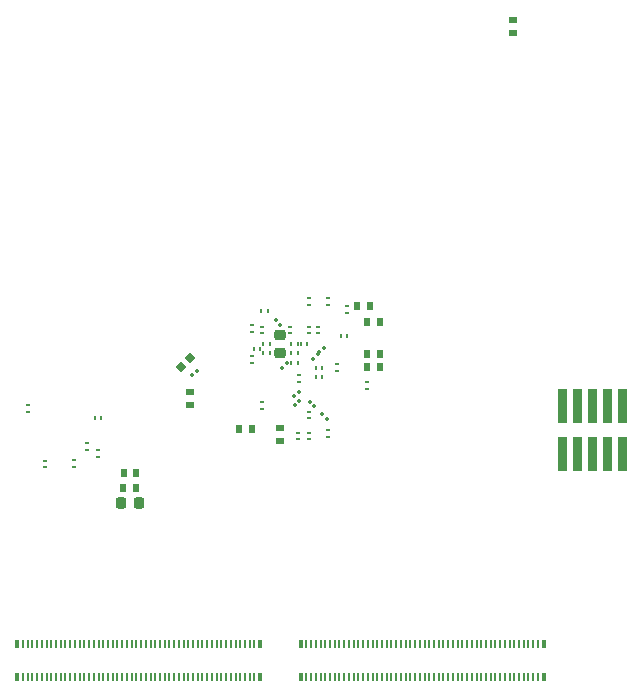
<source format=gbr>
%TF.GenerationSoftware,KiCad,Pcbnew,7.0.7*%
%TF.CreationDate,2024-02-27T15:56:59-08:00*%
%TF.ProjectId,cpu_board,6370755f-626f-4617-9264-2e6b69636164,rev?*%
%TF.SameCoordinates,Original*%
%TF.FileFunction,Paste,Bot*%
%TF.FilePolarity,Positive*%
%FSLAX46Y46*%
G04 Gerber Fmt 4.6, Leading zero omitted, Abs format (unit mm)*
G04 Created by KiCad (PCBNEW 7.0.7) date 2024-02-27 15:56:59*
%MOMM*%
%LPD*%
G01*
G04 APERTURE LIST*
G04 Aperture macros list*
%AMRoundRect*
0 Rectangle with rounded corners*
0 $1 Rounding radius*
0 $2 $3 $4 $5 $6 $7 $8 $9 X,Y pos of 4 corners*
0 Add a 4 corners polygon primitive as box body*
4,1,4,$2,$3,$4,$5,$6,$7,$8,$9,$2,$3,0*
0 Add four circle primitives for the rounded corners*
1,1,$1+$1,$2,$3*
1,1,$1+$1,$4,$5*
1,1,$1+$1,$6,$7*
1,1,$1+$1,$8,$9*
0 Add four rect primitives between the rounded corners*
20,1,$1+$1,$2,$3,$4,$5,0*
20,1,$1+$1,$4,$5,$6,$7,0*
20,1,$1+$1,$6,$7,$8,$9,0*
20,1,$1+$1,$8,$9,$2,$3,0*%
%AMRotRect*
0 Rectangle, with rotation*
0 The origin of the aperture is its center*
0 $1 length*
0 $2 width*
0 $3 Rotation angle, in degrees counterclockwise*
0 Add horizontal line*
21,1,$1,$2,0,0,$3*%
G04 Aperture macros list end*
%ADD10C,0.010000*%
%ADD11R,0.250000X0.350000*%
%ADD12RotRect,0.250000X0.350000X135.000000*%
%ADD13R,0.600000X0.700000*%
%ADD14R,0.700000X0.600000*%
%ADD15R,0.350000X0.250000*%
%ADD16R,0.740000X2.790000*%
%ADD17RotRect,0.600000X0.700000X225.000000*%
%ADD18RotRect,0.250000X0.350000X225.000000*%
%ADD19RotRect,0.250000X0.350000X45.000000*%
%ADD20R,0.230000X0.660000*%
%ADD21R,0.350000X0.660000*%
%ADD22RoundRect,0.225000X0.250000X-0.225000X0.250000X0.225000X-0.250000X0.225000X-0.250000X-0.225000X0*%
%ADD23RotRect,0.250000X0.350000X315.000000*%
%ADD24RoundRect,0.225000X-0.225000X-0.250000X0.225000X-0.250000X0.225000X0.250000X-0.225000X0.250000X0*%
G04 APERTURE END LIST*
%TO.C,J8*%
D10*
X59280000Y-39859000D02*
X58540000Y-39859000D01*
X58540000Y-37069000D01*
X59280000Y-37069000D01*
X59280000Y-39859000D01*
G36*
X59280000Y-39859000D02*
G01*
X58540000Y-39859000D01*
X58540000Y-37069000D01*
X59280000Y-37069000D01*
X59280000Y-39859000D01*
G37*
X59280000Y-35795000D02*
X58540000Y-35795000D01*
X58540000Y-33005000D01*
X59280000Y-33005000D01*
X59280000Y-35795000D01*
G36*
X59280000Y-35795000D02*
G01*
X58540000Y-35795000D01*
X58540000Y-33005000D01*
X59280000Y-33005000D01*
X59280000Y-35795000D01*
G37*
X58010000Y-39859000D02*
X57270000Y-39859000D01*
X57270000Y-37069000D01*
X58010000Y-37069000D01*
X58010000Y-39859000D01*
G36*
X58010000Y-39859000D02*
G01*
X57270000Y-39859000D01*
X57270000Y-37069000D01*
X58010000Y-37069000D01*
X58010000Y-39859000D01*
G37*
X58010000Y-35795000D02*
X57270000Y-35795000D01*
X57270000Y-33005000D01*
X58010000Y-33005000D01*
X58010000Y-35795000D01*
G36*
X58010000Y-35795000D02*
G01*
X57270000Y-35795000D01*
X57270000Y-33005000D01*
X58010000Y-33005000D01*
X58010000Y-35795000D01*
G37*
X56740000Y-39859000D02*
X56000000Y-39859000D01*
X56000000Y-37069000D01*
X56740000Y-37069000D01*
X56740000Y-39859000D01*
G36*
X56740000Y-39859000D02*
G01*
X56000000Y-39859000D01*
X56000000Y-37069000D01*
X56740000Y-37069000D01*
X56740000Y-39859000D01*
G37*
X56740000Y-35795000D02*
X56000000Y-35795000D01*
X56000000Y-33005000D01*
X56740000Y-33005000D01*
X56740000Y-35795000D01*
G36*
X56740000Y-35795000D02*
G01*
X56000000Y-35795000D01*
X56000000Y-33005000D01*
X56740000Y-33005000D01*
X56740000Y-35795000D01*
G37*
X55470000Y-39859000D02*
X54730000Y-39859000D01*
X54730000Y-37069000D01*
X55470000Y-37069000D01*
X55470000Y-39859000D01*
G36*
X55470000Y-39859000D02*
G01*
X54730000Y-39859000D01*
X54730000Y-37069000D01*
X55470000Y-37069000D01*
X55470000Y-39859000D01*
G37*
X55470000Y-35795000D02*
X54730000Y-35795000D01*
X54730000Y-33005000D01*
X55470000Y-33005000D01*
X55470000Y-35795000D01*
G36*
X55470000Y-35795000D02*
G01*
X54730000Y-35795000D01*
X54730000Y-33005000D01*
X55470000Y-33005000D01*
X55470000Y-35795000D01*
G37*
X54200000Y-39859000D02*
X53460000Y-39859000D01*
X53460000Y-37069000D01*
X54200000Y-37069000D01*
X54200000Y-39859000D01*
G36*
X54200000Y-39859000D02*
G01*
X53460000Y-39859000D01*
X53460000Y-37069000D01*
X54200000Y-37069000D01*
X54200000Y-39859000D01*
G37*
X54200000Y-35795000D02*
X53460000Y-35795000D01*
X53460000Y-33005000D01*
X54200000Y-33005000D01*
X54200000Y-35795000D01*
G36*
X54200000Y-35795000D02*
G01*
X53460000Y-35795000D01*
X53460000Y-33005000D01*
X54200000Y-33005000D01*
X54200000Y-35795000D01*
G37*
%TD*%
D11*
%TO.C,C46*%
X32975000Y-31200000D03*
X33525000Y-31200000D03*
%TD*%
%TO.C,C73*%
X14845000Y-35490000D03*
X14295000Y-35490000D03*
%TD*%
%TO.C,C13*%
X30925000Y-30000000D03*
X31475000Y-30000000D03*
%TD*%
D12*
%TO.C,C14*%
X33924454Y-35524454D03*
X33535546Y-35135546D03*
%TD*%
D13*
%TO.C,C60*%
X36450000Y-26000000D03*
X37550000Y-26000000D03*
%TD*%
D14*
%TO.C,C11*%
X49700000Y-2900000D03*
X49700000Y-1800000D03*
%TD*%
D11*
%TO.C,C44*%
X32975000Y-32000000D03*
X33525000Y-32000000D03*
%TD*%
D13*
%TO.C,FB2*%
X38435000Y-31150000D03*
X37335000Y-31150000D03*
%TD*%
D15*
%TO.C,C75*%
X13580000Y-37605000D03*
X13580000Y-38155000D03*
%TD*%
D13*
%TO.C,FB1*%
X37320000Y-30020000D03*
X38420000Y-30020000D03*
%TD*%
D15*
%TO.C,C59*%
X32400000Y-28275000D03*
X32400000Y-27725000D03*
%TD*%
D13*
%TO.C,C68*%
X16650000Y-41360000D03*
X17750000Y-41360000D03*
%TD*%
D16*
%TO.C,J8*%
X58910000Y-38464000D03*
X58910000Y-34400000D03*
X57640000Y-38464000D03*
X57640000Y-34400000D03*
X56370000Y-38464000D03*
X56370000Y-34400000D03*
X55100000Y-38464000D03*
X55100000Y-34400000D03*
X53830000Y-38464000D03*
X53830000Y-34400000D03*
%TD*%
D17*
%TO.C,R26*%
X22374264Y-30365736D03*
X21596447Y-31143553D03*
%TD*%
D15*
%TO.C,C71*%
X14560000Y-38195000D03*
X14560000Y-38745000D03*
%TD*%
D11*
%TO.C,C48*%
X28395000Y-26420000D03*
X28945000Y-26420000D03*
%TD*%
D15*
%TO.C,C3*%
X32450000Y-37275000D03*
X32450000Y-36725000D03*
%TD*%
D13*
%TO.C,FB3*%
X38400000Y-27300000D03*
X37300000Y-27300000D03*
%TD*%
D15*
%TO.C,C43*%
X37350000Y-32425000D03*
X37350000Y-32975000D03*
%TD*%
%TO.C,C49*%
X34000000Y-25875000D03*
X34000000Y-25325000D03*
%TD*%
D13*
%TO.C,C69*%
X16750000Y-40090000D03*
X17750000Y-40090000D03*
%TD*%
D15*
%TO.C,C25*%
X31525000Y-36705000D03*
X31525000Y-37255000D03*
%TD*%
D18*
%TO.C,C23*%
X31604454Y-33995546D03*
X31215546Y-34384454D03*
%TD*%
D15*
%TO.C,C72*%
X10090000Y-39075000D03*
X10090000Y-39625000D03*
%TD*%
D11*
%TO.C,C54*%
X27725000Y-29600000D03*
X28275000Y-29600000D03*
%TD*%
D15*
%TO.C,C74*%
X8590000Y-34405000D03*
X8590000Y-34955000D03*
%TD*%
%TO.C,C8*%
X34000000Y-36500000D03*
X34000000Y-37050000D03*
%TD*%
D18*
%TO.C,C42*%
X33144454Y-30055546D03*
X32755546Y-30444454D03*
%TD*%
D11*
%TO.C,C40*%
X35650000Y-28550000D03*
X35100000Y-28550000D03*
%TD*%
D19*
%TO.C,C41*%
X33305546Y-29894454D03*
X33694454Y-29505546D03*
%TD*%
D15*
%TO.C,C47*%
X32400000Y-25875000D03*
X32400000Y-25325000D03*
%TD*%
D12*
%TO.C,C56*%
X29998908Y-27598908D03*
X29610000Y-27210000D03*
%TD*%
D15*
%TO.C,C61*%
X35600000Y-26025000D03*
X35600000Y-26575000D03*
%TD*%
D14*
%TO.C,R24*%
X22350000Y-33300000D03*
X22350000Y-34400000D03*
%TD*%
D18*
%TO.C,C26*%
X31544454Y-33255546D03*
X31155546Y-33644454D03*
%TD*%
D15*
%TO.C,C70*%
X12500000Y-39065000D03*
X12500000Y-39615000D03*
%TD*%
%TO.C,C51*%
X28400000Y-27725000D03*
X28400000Y-28275000D03*
%TD*%
D20*
%TO.C,J7*%
X27800000Y-57355000D03*
X27800000Y-54645000D03*
X27400000Y-57355000D03*
X27400000Y-54645000D03*
X27000000Y-57355000D03*
X27000000Y-54645000D03*
X26600000Y-57355000D03*
X26600000Y-54645000D03*
X26200000Y-57355000D03*
X26200000Y-54645000D03*
X25800000Y-57355000D03*
X25800000Y-54645000D03*
X25400000Y-57355000D03*
X25400000Y-54645000D03*
X25000000Y-57355000D03*
X25000000Y-54645000D03*
X24600000Y-57355000D03*
X24600000Y-54645000D03*
X24200000Y-57355000D03*
X24200000Y-54645000D03*
X23800000Y-57355000D03*
X23800000Y-54645000D03*
X23400000Y-57355000D03*
X23400000Y-54645000D03*
X23000000Y-57355000D03*
X23000000Y-54645000D03*
X22600000Y-57355000D03*
X22600000Y-54645000D03*
X22200000Y-57355000D03*
X22200000Y-54645000D03*
X21800000Y-57355000D03*
X21800000Y-54645000D03*
X21400000Y-57355000D03*
X21400000Y-54645000D03*
X21000000Y-57355000D03*
X21000000Y-54645000D03*
X20600000Y-57355000D03*
X20600000Y-54645000D03*
X20200000Y-57355000D03*
X20200000Y-54645000D03*
X19800000Y-57355000D03*
X19800000Y-54645000D03*
X19400000Y-57355000D03*
X19400000Y-54645000D03*
X19000000Y-57355000D03*
X19000000Y-54645000D03*
X18600000Y-57355000D03*
X18600000Y-54645000D03*
X18200000Y-57355000D03*
X18200000Y-54645000D03*
X17800000Y-57355000D03*
X17800000Y-54645000D03*
X17400000Y-57355000D03*
X17400000Y-54645000D03*
X17000000Y-57355000D03*
X17000000Y-54645000D03*
X16600000Y-57355000D03*
X16600000Y-54645000D03*
X16200000Y-57355000D03*
X16200000Y-54645000D03*
X15800000Y-57355000D03*
X15800000Y-54645000D03*
X15400000Y-57355000D03*
X15400000Y-54645000D03*
X15000000Y-57355000D03*
X15000000Y-54645000D03*
X14600000Y-57355000D03*
X14600000Y-54645000D03*
X14200000Y-57355000D03*
X14200000Y-54645000D03*
X13800000Y-57355000D03*
X13800000Y-54645000D03*
X13400000Y-57355000D03*
X13400000Y-54645000D03*
X13000000Y-57355000D03*
X13000000Y-54645000D03*
X12600000Y-57355000D03*
X12600000Y-54645000D03*
X12200000Y-57355000D03*
X12200000Y-54645000D03*
X11800000Y-57355000D03*
X11800000Y-54645000D03*
X11400000Y-57355000D03*
X11400000Y-54645000D03*
X11000000Y-57355000D03*
X11000000Y-54645000D03*
X10600000Y-57355000D03*
X10600000Y-54645000D03*
X10200000Y-57355000D03*
X10200000Y-54645000D03*
X9800000Y-57355000D03*
X9800000Y-54645000D03*
X9400000Y-57355000D03*
X9400000Y-54645000D03*
X9000000Y-57355000D03*
X9000000Y-54645000D03*
X8600000Y-57355000D03*
X8600000Y-54645000D03*
X8200000Y-57355000D03*
X8200000Y-54645000D03*
D21*
X28275000Y-57355000D03*
X28275000Y-54645000D03*
X7725000Y-57355000D03*
X7725000Y-54645000D03*
%TD*%
D15*
%TO.C,C53*%
X27600000Y-27625000D03*
X27600000Y-28175000D03*
%TD*%
%TO.C,C38*%
X34800000Y-30925000D03*
X34800000Y-31475000D03*
%TD*%
D20*
%TO.C,J6*%
X51800000Y-57355000D03*
X51800000Y-54645000D03*
X51400000Y-57355000D03*
X51400000Y-54645000D03*
X51000000Y-57355000D03*
X51000000Y-54645000D03*
X50600000Y-57355000D03*
X50600000Y-54645000D03*
X50200000Y-57355000D03*
X50200000Y-54645000D03*
X49800000Y-57355000D03*
X49800000Y-54645000D03*
X49400000Y-57355000D03*
X49400000Y-54645000D03*
X49000000Y-57355000D03*
X49000000Y-54645000D03*
X48600000Y-57355000D03*
X48600000Y-54645000D03*
X48200000Y-57355000D03*
X48200000Y-54645000D03*
X47800000Y-57355000D03*
X47800000Y-54645000D03*
X47400000Y-57355000D03*
X47400000Y-54645000D03*
X47000000Y-57355000D03*
X47000000Y-54645000D03*
X46600000Y-57355000D03*
X46600000Y-54645000D03*
X46200000Y-57355000D03*
X46200000Y-54645000D03*
X45800000Y-57355000D03*
X45800000Y-54645000D03*
X45400000Y-57355000D03*
X45400000Y-54645000D03*
X45000000Y-57355000D03*
X45000000Y-54645000D03*
X44600000Y-57355000D03*
X44600000Y-54645000D03*
X44200000Y-57355000D03*
X44200000Y-54645000D03*
X43800000Y-57355000D03*
X43800000Y-54645000D03*
X43400000Y-57355000D03*
X43400000Y-54645000D03*
X43000000Y-57355000D03*
X43000000Y-54645000D03*
X42600000Y-57355000D03*
X42600000Y-54645000D03*
X42200000Y-57355000D03*
X42200000Y-54645000D03*
X41800000Y-57355000D03*
X41800000Y-54645000D03*
X41400000Y-57355000D03*
X41400000Y-54645000D03*
X41000000Y-57355000D03*
X41000000Y-54645000D03*
X40600000Y-57355000D03*
X40600000Y-54645000D03*
X40200000Y-57355000D03*
X40200000Y-54645000D03*
X39800000Y-57355000D03*
X39800000Y-54645000D03*
X39400000Y-57355000D03*
X39400000Y-54645000D03*
X39000000Y-57355000D03*
X39000000Y-54645000D03*
X38600000Y-57355000D03*
X38600000Y-54645000D03*
X38200000Y-57355000D03*
X38200000Y-54645000D03*
X37800000Y-57355000D03*
X37800000Y-54645000D03*
X37400000Y-57355000D03*
X37400000Y-54645000D03*
X37000000Y-57355000D03*
X37000000Y-54645000D03*
X36600000Y-57355000D03*
X36600000Y-54645000D03*
X36200000Y-57355000D03*
X36200000Y-54645000D03*
X35800000Y-57355000D03*
X35800000Y-54645000D03*
X35400000Y-57355000D03*
X35400000Y-54645000D03*
X35000000Y-57355000D03*
X35000000Y-54645000D03*
X34600000Y-57355000D03*
X34600000Y-54645000D03*
X34200000Y-57355000D03*
X34200000Y-54645000D03*
X33800000Y-57355000D03*
X33800000Y-54645000D03*
X33400000Y-57355000D03*
X33400000Y-54645000D03*
X33000000Y-57355000D03*
X33000000Y-54645000D03*
X32600000Y-57355000D03*
X32600000Y-54645000D03*
X32200000Y-57355000D03*
X32200000Y-54645000D03*
D21*
X52275000Y-57355000D03*
X52275000Y-54645000D03*
X31725000Y-57355000D03*
X31725000Y-54645000D03*
%TD*%
D13*
%TO.C,R10*%
X26450000Y-36400000D03*
X27550000Y-36400000D03*
%TD*%
D14*
%TO.C,R8*%
X30000000Y-36350000D03*
X30000000Y-37450000D03*
%TD*%
D11*
%TO.C,C58*%
X32275000Y-29200000D03*
X31725000Y-29200000D03*
%TD*%
D18*
%TO.C,C5*%
X22894454Y-31455546D03*
X22505546Y-31844454D03*
%TD*%
D15*
%TO.C,C45*%
X28400000Y-34125000D03*
X28400000Y-34675000D03*
%TD*%
D22*
%TO.C,C4*%
X30000000Y-29995000D03*
X30000000Y-28445000D03*
%TD*%
D11*
%TO.C,C6*%
X30925000Y-29200000D03*
X31475000Y-29200000D03*
%TD*%
%TO.C,C10*%
X29075000Y-29200000D03*
X28525000Y-29200000D03*
%TD*%
D15*
%TO.C,R3*%
X30800000Y-28275000D03*
X30800000Y-27725000D03*
%TD*%
D18*
%TO.C,C12*%
X30554454Y-30845546D03*
X30165546Y-31234454D03*
%TD*%
D15*
%TO.C,C50*%
X33200000Y-28275000D03*
X33200000Y-27725000D03*
%TD*%
%TO.C,C34*%
X31600000Y-32405000D03*
X31600000Y-31855000D03*
%TD*%
D11*
%TO.C,C17*%
X30925000Y-30800000D03*
X31475000Y-30800000D03*
%TD*%
%TO.C,C22*%
X29075000Y-30000000D03*
X28525000Y-30000000D03*
%TD*%
D15*
%TO.C,C52*%
X27600000Y-30225000D03*
X27600000Y-30775000D03*
%TD*%
D23*
%TO.C,C15*%
X32480000Y-34080000D03*
X32868908Y-34468908D03*
%TD*%
D24*
%TO.C,C67*%
X16475000Y-42630000D03*
X18025000Y-42630000D03*
%TD*%
D15*
%TO.C,C9*%
X32450000Y-34955000D03*
X32450000Y-35505000D03*
%TD*%
M02*

</source>
